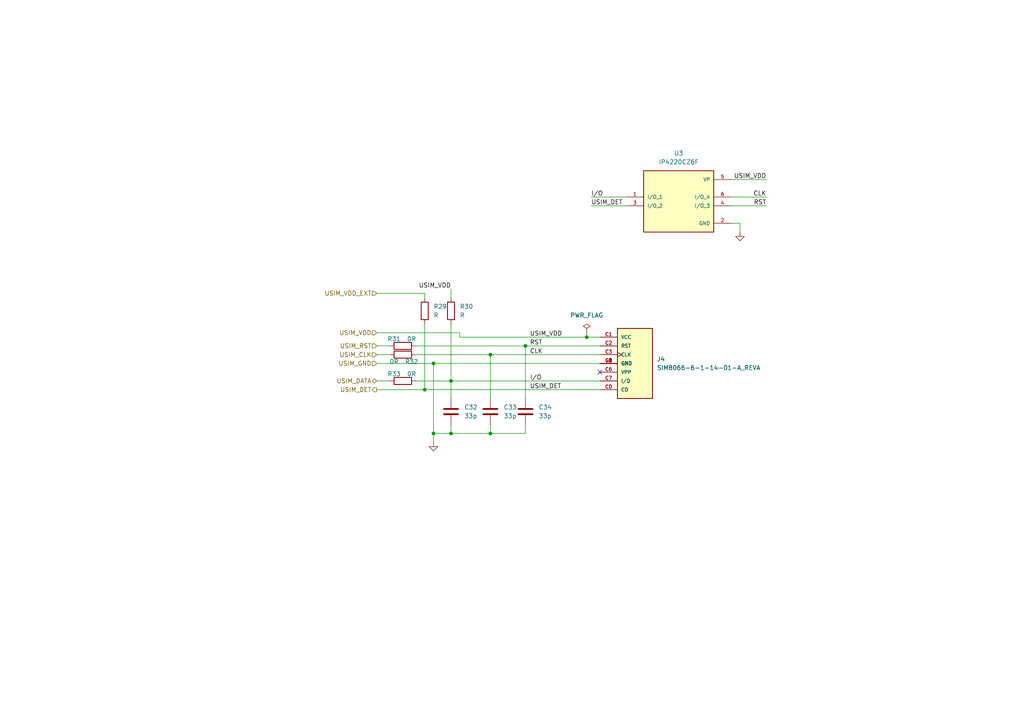
<source format=kicad_sch>
(kicad_sch (version 20250114) (generator "eeschema") (generator_version "9.0")
  (paper "A4")
  (lib_symbols
    (symbol "Device:C" (pin_numbers (hide yes)) (pin_names (offset 0.254))
      (property "Reference" "C" (at 0.635 2.54 0))
      (property "Value" "C" (at 0.635 -2.54 0))
      (symbol "C_0_1"
        (polyline (pts (xy -2.032 0.762) (xy 2.032 0.762)) (stroke (width 0.508)))
        (polyline (pts (xy -2.032 -0.762) (xy 2.032 -0.762)) (stroke (width 0.508)))
      )
      (symbol "C_1_1"
        (pin passive line (at 0 3.81 270) (length 2.794) (name "~") (number "1"))
        (pin passive line (at 0 -3.81 90) (length 2.794) (name "~") (number "2"))
      )
    )
    (symbol "Device:R" (pin_numbers (hide yes)) (pin_names (offset 0))
      (property "Reference" "R" (at 2.032 0 90))
      (property "Value" "R" (at 0 0 90))
      (symbol "R_0_1"
        (rectangle (start -1.016 -2.54) (end 1.016 2.54) (stroke (width 0.254)))
      )
      (symbol "R_1_1"
        (pin passive line (at 0 3.81 270) (length 1.27) (name "~") (number "1"))
        (pin passive line (at 0 -3.81 90) (length 1.27) (name "~") (number "2"))
      )
    )
    (symbol "IP4220CZ6F:IP4220CZ6F" (pin_names (offset 1.016))
      (property "Reference" "U" (at -10.16 8.509 0))
      (property "Value" "IP4220CZ6F" (at -10.16 -12.7 0))
      (symbol "IP4220CZ6F_0_0"
        (rectangle (start -10.16 -10.16) (end 10.16 7.62) (stroke (width 0.254)) (fill (type background)))
        (pin bidirectional line (at -15.24 0 0) (length 5.08) (name "I/O_1") (number "1"))
        (pin bidirectional line (at -15.24 -2.54 0) (length 5.08) (name "I/O_2") (number "3"))
        (pin power_in line (at 15.24 5.08 180) (length 5.08) (name "VP") (number "5"))
        (pin bidirectional line (at 15.24 0 180) (length 5.08) (name "I/O_4") (number "6"))
        (pin bidirectional line (at 15.24 -2.54 180) (length 5.08) (name "I/O_3") (number "4"))
        (pin power_in line (at 15.24 -7.62 180) (length 5.08) (name "GND") (number "2"))
      )
    )
    (symbol "SIM8066-6-1-14-01-A_REVA:SIM8066-6-1-14-01-A_REVA" (pin_names (offset 1.016))
      (property "Reference" "J" (at -5.08 11.43 0))
      (property "Value" "SIM8066-6-1-14-01-A_REVA" (at -5.08 -12.7 0))
      (symbol "SIM8066-6-1-14-01-A_REVA_0_0"
        (rectangle (start -5.08 -10.16) (end 5.08 10.16) (stroke (width 0.254)) (fill (type background)))
        (pin power_in line (at -10.16 7.62 0) (length 5.08) (name "VCC") (number "C1"))
        (pin input line (at -10.16 5.08 0) (length 5.08) (name "RST") (number "C2"))
        (pin input clock (at -10.16 2.54 0) (length 5.08) (name "CLK") (number "C3"))
        (pin power_in line (at -10.16 0 0) (length 5.08) (name "GND") (number "C5"))
        (pin power_in line (at -10.16 0 0) (length 5.08) (name "GND") (number "G1"))
        (pin power_in line (at -10.16 0 0) (length 5.08) (name "GND") (number "G2"))
        (pin power_in line (at -10.16 0 0) (length 5.08) (name "GND") (number "G3"))
        (pin power_in line (at -10.16 0 0) (length 5.08) (name "GND") (number "G4"))
        (pin power_in line (at -10.16 -2.54 0) (length 5.08) (name "VPP") (number "C6"))
        (pin bidirectional line (at -10.16 -5.08 0) (length 5.08) (name "I/O") (number "C7"))
        (pin bidirectional line (at -10.16 -7.62 0) (length 5.08) (name "CD") (number "CD"))
      )
    )
    (symbol "power:GND" (power) (pin_numbers (hide yes)) (pin_names (offset 0) (hide yes))
      (property "Value" "GND" (at 0 -3.81 0))
      (symbol "GND_0_1"
        (polyline (pts (xy 0 0) (xy 0 -1.27) (xy 1.27 -1.27) (xy 0 -2.54) (xy -1.27 -1.27) (xy 0 -1.27)))
      )
      (symbol "GND_1_1"
        (pin power_in line (at 0 0 270) (length 0) (name "~") (number "1"))
      )
    )
    (symbol "power:PWR_FLAG" (power) (pin_numbers (hide yes)) (pin_names (offset 0) (hide yes))
      (property "Value" "PWR_FLAG" (at 0 3.81 0))
      (symbol "PWR_FLAG_0_0"
        (pin power_out line (at 0 0 90) (length 0) (name "~") (number "1"))
      )
      (symbol "PWR_FLAG_0_1"
        (polyline (pts (xy 0 0) (xy 0 1.27) (xy -1.016 1.905) (xy 0 2.54) (xy 1.016 1.905) (xy 0 1.27)))
      )
    )
  )
  (junction (at 125.73 105.41))
  (junction (at 142.24 125.73))
  (junction (at 130.81 110.49))
  (junction (at 142.24 102.87))
  (junction (at 130.81 125.73))
  (junction (at 170.18 97.79))
  (junction (at 125.73 125.73))
  (junction (at 152.4 100.33))
  (junction (at 123.19 113.03))
  (no_connect (at 173.99 107.95))
  (wire (pts (xy 173.99 113.03) (xy 123.19 113.03)))
  (wire (pts (xy 109.22 85.09) (xy 123.19 85.09)))
  (wire (pts (xy 152.4 100.33) (xy 152.4 115.57)))
  (wire (pts (xy 120.65 110.49) (xy 130.81 110.49)))
  (wire (pts (xy 109.22 96.52) (xy 133.35 96.52)))
  (wire (pts (xy 142.24 123.19) (xy 142.24 125.73)))
  (wire (pts (xy 109.22 113.03) (xy 123.19 113.03)))
  (wire (pts (xy 142.24 102.87) (xy 173.99 102.87)))
  (wire (pts (xy 109.22 100.33) (xy 113.03 100.33)))
  (wire (pts (xy 130.81 83.82) (xy 130.81 86.36)))
  (wire (pts (xy 212.09 59.69) (xy 222.25 59.69)))
  (wire (pts (xy 130.81 123.19) (xy 130.81 125.73)))
  (wire (pts (xy 152.4 100.33) (xy 173.99 100.33)))
  (wire (pts (xy 214.63 64.77) (xy 214.63 67.31)))
  (wire (pts (xy 109.22 105.41) (xy 125.73 105.41)))
  (wire (pts (xy 120.65 102.87) (xy 142.24 102.87)))
  (wire (pts (xy 170.18 97.79) (xy 173.99 97.79)))
  (wire (pts (xy 125.73 105.41) (xy 173.99 105.41)))
  (wire (pts (xy 181.61 59.69) (xy 171.45 59.69)))
  (wire (pts (xy 212.09 64.77) (xy 214.63 64.77)))
  (wire (pts (xy 109.22 110.49) (xy 113.03 110.49)))
  (wire (pts (xy 133.35 96.52) (xy 133.35 97.79)))
  (wire (pts (xy 181.61 57.15) (xy 171.45 57.15)))
  (wire (pts (xy 123.19 113.03) (xy 123.19 93.98)))
  (wire (pts (xy 170.18 96.52) (xy 170.18 97.79)))
  (wire (pts (xy 130.81 110.49) (xy 173.99 110.49)))
  (wire (pts (xy 152.4 123.19) (xy 152.4 125.73)))
  (wire (pts (xy 123.19 85.09) (xy 123.19 86.36)))
  (wire (pts (xy 125.73 105.41) (xy 125.73 125.73)))
  (wire (pts (xy 125.73 125.73) (xy 125.73 128.27)))
  (wire (pts (xy 212.09 52.07) (xy 222.25 52.07)))
  (wire (pts (xy 212.09 57.15) (xy 222.25 57.15)))
  (wire (pts (xy 130.81 110.49) (xy 130.81 115.57)))
  (wire (pts (xy 109.22 102.87) (xy 113.03 102.87)))
  (wire (pts (xy 152.4 125.73) (xy 142.24 125.73)))
  (wire (pts (xy 125.73 125.73) (xy 130.81 125.73)))
  (wire (pts (xy 142.24 125.73) (xy 130.81 125.73)))
  (wire (pts (xy 130.81 93.98) (xy 130.81 110.49)))
  (wire (pts (xy 120.65 100.33) (xy 152.4 100.33)))
  (wire (pts (xy 133.35 97.79) (xy 170.18 97.79)))
  (wire (pts (xy 142.24 102.87) (xy 142.24 115.57)))
  (label "USIM_VDD" (at 153.67 97.79 0))
  (label "I/O" (at 153.67 110.49 0))
  (label "USIM_VDD" (at 222.25 52.07 180))
  (label "USIM_VDD" (at 130.81 83.82 180))
  (label "CLK" (at 153.67 102.87 0))
  (label "RST" (at 153.67 100.33 0))
  (label "RST" (at 222.25 59.69 180))
  (label "USIM_DET" (at 171.45 59.69 0))
  (label "CLK" (at 222.25 57.15 180))
  (label "I{slash}O" (at 171.45 57.15 0))
  (label "USIM_DET" (at 153.67 113.03 0))
  (hierarchical_label "USIM_VDD_EXT" (shape input) (at 109.22 85.09 180))
  (hierarchical_label "USIM_GND" (shape input) (at 109.22 105.41 180))
  (hierarchical_label "USIM_DATA" (shape bidirectional) (at 109.22 110.49 180))
  (hierarchical_label "USIM_RST" (shape input) (at 109.22 100.33 180))
  (hierarchical_label "USIM_CLK" (shape input) (at 109.22 102.87 180))
  (hierarchical_label "USIM_DET" (shape output) (at 109.22 113.03 180))
  (hierarchical_label "USIM_VDD" (shape input) (at 109.22 96.52 180))
  (symbol (lib_id "Device:R") (at 116.84 110.49 270) (unit 1)
    (property "Reference" "R33" (at 114.3 108.458 90))
    (property "Value" "0R" (at 119.38 108.458 90))
    (property "Footprint" "Resistor_SMD:R_0402_1005Metric" (effects (hide yes)))
    (property "Description" "Resistor" (effects (hide yes)))
  )
  (symbol (lib_id "Device:R") (at 123.19 90.17 180) (unit 1)
    (property "Reference" "R29" (at 125.73 88.8999 0) (effects (justify right)))
    (property "Value" "R" (at 125.73 91.4399 0) (effects (justify right)))
    (property "Footprint" "Resistor_SMD:R_0402_1005Metric" (effects (hide yes)))
    (property "Description" "Resistor" (effects (hide yes)))
  )
  (symbol (lib_id "power:GND") (at 125.73 128.27 0) (mirror y) (unit 1)
    (property "Reference" "#PWR037" (effects (hide yes)))
    (property "Value" "GND" (effects (hide yes)))
    (property "Description" "Power symbol creates a global label with name \"GND\" , ground" (effects (hide yes)))
  )
  (symbol (lib_id "Device:C") (at 152.4 119.38 0) (unit 1)
    (property "Reference" "C34" (at 156.21 118.1099 0) (effects (justify left)))
    (property "Value" "33p" (at 156.21 120.6499 0) (effects (justify left)))
    (property "Footprint" "Capacitor_SMD:C_0402_1005Metric" (effects (hide yes)))
    (property "Description" "Unpolarized capacitor" (effects (hide yes)))
  )
  (symbol (lib_id "Device:C") (at 130.81 119.38 0) (unit 1)
    (property "Reference" "C32" (at 134.62 118.1099 0) (effects (justify left)))
    (property "Value" "33p" (at 134.62 120.6499 0) (effects (justify left)))
    (property "Footprint" "Capacitor_SMD:C_0402_1005Metric" (effects (hide yes)))
    (property "Description" "Unpolarized capacitor" (effects (hide yes)))
  )
  (symbol (lib_id "Device:R") (at 116.84 100.33 270) (unit 1)
    (property "Reference" "R31" (at 114.3 98.298 90))
    (property "Value" "0R" (at 119.38 98.298 90))
    (property "Footprint" "Resistor_SMD:R_0402_1005Metric" (effects (hide yes)))
    (property "Description" "Resistor" (effects (hide yes)))
  )
  (symbol (lib_id "Device:R") (at 130.81 90.17 180) (unit 1)
    (property "Reference" "R30" (at 133.35 88.8999 0) (effects (justify right)))
    (property "Value" "R" (at 133.35 91.4399 0) (effects (justify right)))
    (property "Footprint" "Resistor_SMD:R_0402_1005Metric" (effects (hide yes)))
    (property "Description" "Resistor" (effects (hide yes)))
  )
  (symbol (lib_id "Device:C") (at 142.24 119.38 0) (unit 1)
    (property "Reference" "C33" (at 146.05 118.1099 0) (effects (justify left)))
    (property "Value" "33p" (at 146.05 120.6499 0) (effects (justify left)))
    (property "Footprint" "Capacitor_SMD:C_0402_1005Metric" (effects (hide yes)))
    (property "Description" "Unpolarized capacitor" (effects (hide yes)))
  )
  (symbol (lib_id "SIM8066-6-1-14-01-A_REVA:SIM8066-6-1-14-01-A_REVA") (at 184.15 105.41 0) (unit 1)
    (property "Reference" "J4" (at 190.5 104.1399 0) (effects (justify left)))
    (property "Value" "SIM8066-6-1-14-01-A_REVA" (at 190.5 106.6799 0) (effects (justify left)))
    (property "Footprint" "SIM8066-6-1-14-01-A_REVA:GCT_SIM8066-6-1-14-01-A_REVA" (effects (hide yes)))
    (property "MF" "Global Connector Technology" (effects (hide yes)))
    (property "MAXIMUM_PACKAGE_HEIGHT" "1.44mm" (effects (hide yes)))
    (property "Package" "None" (effects (hide yes)))
    (property "Price" "None" (effects (hide yes)))
    (property "Check_prices" "https://www.snapeda.com/parts/SIM8066611401A/Global+Connector+Technology/view-part/?ref=eda" (effects (hide yes)))
    (property "STANDARD" "Manufacturer recommendations" (effects (hide yes)))
    (property "PARTREV" "REVA" (effects (hide yes)))
    (property "SnapEDA_Link" "https://www.snapeda.com/parts/SIM8066611401A/Global+Connector+Technology/view-part/?ref=snap" (effects (hide yes)))
    (property "MP" "SIM8066611401A" (effects (hide yes)))
    (property "Description_1" "SIM8066 Series 6 Position 1.44 mm Pitch Push Push Type Nano SIM Card Connector" (effects (hide yes)))
    (property "Availability" "In Stock" (effects (hide yes)))
    (property "MANUFACTURER" "Global Connector Technology" (effects (hide yes)))
  )
  (symbol (lib_id "Device:R") (at 116.84 102.87 90) (unit 1)
    (property "Reference" "R32" (at 119.38 104.902 90))
    (property "Value" "0R" (at 114.3 104.902 90))
    (property "Footprint" "Resistor_SMD:R_0402_1005Metric" (effects (hide yes)))
    (property "Description" "Resistor" (effects (hide yes)))
  )
  (symbol (lib_id "IP4220CZ6F:IP4220CZ6F") (at 196.85 57.15 0) (unit 1)
    (property "Reference" "U3" (at 196.85 44.45 0))
    (property "Value" "IP4220CZ6F" (at 196.85 46.99 0))
    (property "Footprint" "IP4220CZ6F:SOT95P275X110-6N" (effects (hide yes)))
    (property "MF" "Nexperia USA Inc." (effects (hide yes)))
    (property "MAXIMUM_PACKAGE_HEIGHT" "1.1 mm" (effects (hide yes)))
    (property "Package" "SOT-457 Nexperia USA" (effects (hide yes)))
    (property "Price" "None" (effects (hide yes)))
    (property "Check_prices" "https://www.snapeda.com/parts/IP4220CZ6F/Nexperia/view-part/?ref=eda" (effects (hide yes)))
    (property "STANDARD" "IPC 7351B" (effects (hide yes)))
    (property "PARTREV" "5" (effects (hide yes)))
    (property "SnapEDA_Link" "https://www.snapeda.com/parts/IP4220CZ6F/Nexperia/view-part/?ref=snap" (effects (hide yes)))
    (property "MP" "IP4220CZ6F" (effects (hide yes)))
    (property "Description_1" "- Clamp - Ipp Tvs Diode Surface Mount 6-TSOP" (effects (hide yes)))
    (property "Availability" "In Stock" (effects (hide yes)))
    (property "MANUFACTURER" "Nexperia" (effects (hide yes)))
  )
  (symbol (lib_id "power:GND") (at 214.63 67.31 0) (mirror y) (unit 1)
    (property "Reference" "#PWR036" (effects (hide yes)))
    (property "Value" "GND" (effects (hide yes)))
    (property "Description" "Power symbol creates a global label with name \"GND\" , ground" (effects (hide yes)))
  )
  (symbol (lib_id "power:PWR_FLAG") (at 170.18 96.52 0) (unit 1)
    (property "Reference" "#FLG07" (effects (hide yes)))
    (property "Value" "PWR_FLAG" (at 170.18 91.44 0))
    (property "Description" "Special symbol for telling ERC where power comes from" (effects (hide yes)))
  )
)
</source>
